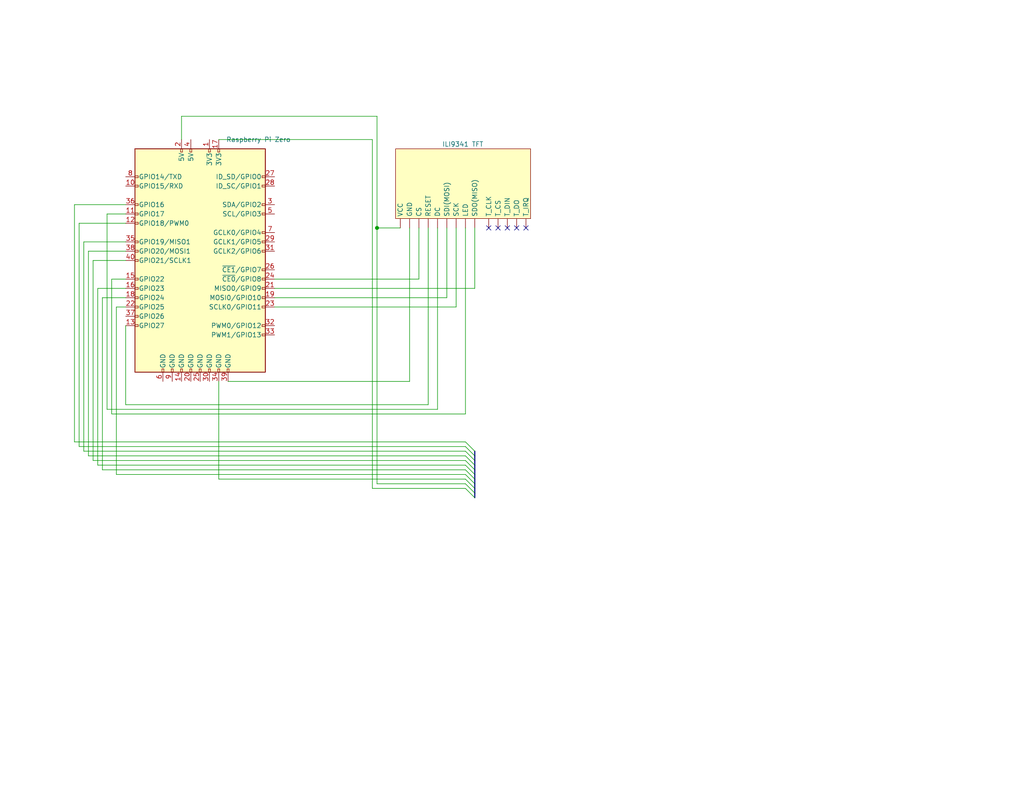
<source format=kicad_sch>
(kicad_sch (version 20211123) (generator eeschema)
  (paper "USLetter")
  (title_block (title "SusPad") (date "2022-10-11") (rev "1.0"))
  (lib_symbols
    (symbol "Connector:Raspberry_Pi_2_3" (pin_names (offset 1.016))
      (property "Reference" "J" (at -17.78 31.75 0))
      (property "Value" "Raspberry_Pi_2_3" (at 10.16 -31.75 0))
      (symbol "Raspberry_Pi_2_3_0_1"
        (rectangle (start -17.78 30.48) (end 17.78 -30.48) (stroke (width 0.254)) (fill (type background)))
      )
      (symbol "Raspberry_Pi_2_3_1_1"
        (rectangle (start -16.891 -17.526) (end -17.78 -18.034))
        (rectangle (start -16.891 -14.986) (end -17.78 -15.494))
        (rectangle (start -16.891 -12.446) (end -17.78 -12.954))
        (rectangle (start -16.891 -9.906) (end -17.78 -10.414))
        (rectangle (start -16.891 -7.366) (end -17.78 -7.874))
        (rectangle (start -16.891 -4.826) (end -17.78 -5.334))
        (rectangle (start -16.891 0.254) (end -17.78 -0.254))
        (rectangle (start -16.891 2.794) (end -17.78 2.286))
        (rectangle (start -16.891 5.334) (end -17.78 4.826))
        (rectangle (start -16.891 10.414) (end -17.78 9.906))
        (rectangle (start -16.891 12.954) (end -17.78 12.446))
        (rectangle (start -16.891 15.494) (end -17.78 14.986))
        (rectangle (start -16.891 20.574) (end -17.78 20.066))
        (rectangle (start -16.891 23.114) (end -17.78 22.606))
        (rectangle (start -10.414 -29.591) (end -9.906 -30.48))
        (rectangle (start -7.874 -29.591) (end -7.366 -30.48))
        (rectangle (start -5.334 -29.591) (end -4.826 -30.48))
        (rectangle (start -5.334 30.48) (end -4.826 29.591))
        (rectangle (start -2.794 -29.591) (end -2.286 -30.48))
        (rectangle (start -2.794 30.48) (end -2.286 29.591))
        (rectangle (start -0.254 -29.591) (end 0.254 -30.48))
        (rectangle (start 2.286 -29.591) (end 2.794 -30.48))
        (rectangle (start 2.286 30.48) (end 2.794 29.591))
        (rectangle (start 4.826 -29.591) (end 5.334 -30.48))
        (rectangle (start 4.826 30.48) (end 5.334 29.591))
        (rectangle (start 7.366 -29.591) (end 7.874 -30.48))
        (rectangle (start 17.78 -20.066) (end 16.891 -20.574))
        (rectangle (start 17.78 -17.526) (end 16.891 -18.034))
        (rectangle (start 17.78 -12.446) (end 16.891 -12.954))
        (rectangle (start 17.78 -9.906) (end 16.891 -10.414))
        (rectangle (start 17.78 -7.366) (end 16.891 -7.874))
        (rectangle (start 17.78 -4.826) (end 16.891 -5.334))
        (rectangle (start 17.78 -2.286) (end 16.891 -2.794))
        (rectangle (start 17.78 2.794) (end 16.891 2.286))
        (rectangle (start 17.78 5.334) (end 16.891 4.826))
        (rectangle (start 17.78 7.874) (end 16.891 7.366))
        (rectangle (start 17.78 12.954) (end 16.891 12.446))
        (rectangle (start 17.78 15.494) (end 16.891 14.986))
        (rectangle (start 17.78 20.574) (end 16.891 20.066))
        (rectangle (start 17.78 23.114) (end 16.891 22.606))
        (pin power_in line (at 2.54 33.02 270) (length 2.54) (name "3V3") (number "1"))
        (pin bidirectional line (at -20.32 20.32 0) (length 2.54) (name "GPIO15/RXD") (number "10"))
        (pin bidirectional line (at -20.32 12.7 0) (length 2.54) (name "GPIO17") (number "11"))
        (pin bidirectional line (at -20.32 10.16 0) (length 2.54) (name "GPIO18/PWM0") (number "12"))
        (pin bidirectional line (at -20.32 -17.78 0) (length 2.54) (name "GPIO27") (number "13"))
        (pin power_in line (at -5.08 -33.02 90) (length 2.54) (name "GND") (number "14"))
        (pin bidirectional line (at -20.32 -5.08 0) (length 2.54) (name "GPIO22") (number "15"))
        (pin bidirectional line (at -20.32 -7.62 0) (length 2.54) (name "GPIO23") (number "16"))
        (pin power_in line (at 5.08 33.02 270) (length 2.54) (name "3V3") (number "17"))
        (pin bidirectional line (at -20.32 -10.16 0) (length 2.54) (name "GPIO24") (number "18"))
        (pin bidirectional line (at 20.32 -10.16 180) (length 2.54) (name "MOSI0/GPIO10") (number "19"))
        (pin power_in line (at -5.08 33.02 270) (length 2.54) (name "5V") (number "2"))
        (pin power_in line (at -2.54 -33.02 90) (length 2.54) (name "GND") (number "20"))
        (pin bidirectional line (at 20.32 -7.62 180) (length 2.54) (name "MISO0/GPIO9") (number "21"))
        (pin bidirectional line (at -20.32 -12.7 0) (length 2.54) (name "GPIO25") (number "22"))
        (pin bidirectional line (at 20.32 -12.7 180) (length 2.54) (name "SCLK0/GPIO11") (number "23"))
        (pin bidirectional line (at 20.32 -5.08 180) (length 2.54) (name "~{CE0}/GPIO8") (number "24"))
        (pin power_in line (at 0 -33.02 90) (length 2.54) (name "GND") (number "25"))
        (pin bidirectional line (at 20.32 -2.54 180) (length 2.54) (name "~{CE1}/GPIO7") (number "26"))
        (pin bidirectional line (at 20.32 22.86 180) (length 2.54) (name "ID_SD/GPIO0") (number "27"))
        (pin bidirectional line (at 20.32 20.32 180) (length 2.54) (name "ID_SC/GPIO1") (number "28"))
        (pin bidirectional line (at 20.32 5.08 180) (length 2.54) (name "GCLK1/GPIO5") (number "29"))
        (pin bidirectional line (at 20.32 15.24 180) (length 2.54) (name "SDA/GPIO2") (number "3"))
        (pin power_in line (at 2.54 -33.02 90) (length 2.54) (name "GND") (number "30"))
        (pin bidirectional line (at 20.32 2.54 180) (length 2.54) (name "GCLK2/GPIO6") (number "31"))
        (pin bidirectional line (at 20.32 -17.78 180) (length 2.54) (name "PWM0/GPIO12") (number "32"))
        (pin bidirectional line (at 20.32 -20.32 180) (length 2.54) (name "PWM1/GPIO13") (number "33"))
        (pin power_in line (at 5.08 -33.02 90) (length 2.54) (name "GND") (number "34"))
        (pin bidirectional line (at -20.32 5.08 0) (length 2.54) (name "GPIO19/MISO1") (number "35"))
        (pin bidirectional line (at -20.32 15.24 0) (length 2.54) (name "GPIO16") (number "36"))
        (pin bidirectional line (at -20.32 -15.24 0) (length 2.54) (name "GPIO26") (number "37"))
        (pin bidirectional line (at -20.32 2.54 0) (length 2.54) (name "GPIO20/MOSI1") (number "38"))
        (pin power_in line (at 7.62 -33.02 90) (length 2.54) (name "GND") (number "39"))
        (pin power_in line (at -2.54 33.02 270) (length 2.54) (name "5V") (number "4"))
        (pin bidirectional line (at -20.32 0 0) (length 2.54) (name "GPIO21/SCLK1") (number "40"))
        (pin bidirectional line (at 20.32 12.7 180) (length 2.54) (name "SCL/GPIO3") (number "5"))
        (pin power_in line (at -10.16 -33.02 90) (length 2.54) (name "GND") (number "6"))
        (pin bidirectional line (at 20.32 7.62 180) (length 2.54) (name "GCLK0/GPIO4") (number "7"))
        (pin bidirectional line (at -20.32 22.86 0) (length 2.54) (name "GPIO14/TXD") (number "8"))
        (pin power_in line (at -7.62 -33.02 90) (length 2.54) (name "GND") (number "9"))
      )
    )
    (symbol "ILI9341_Custom:ILI9341 TFT"
      (property "Reference" "U" (at 0 13.97 0))
      (property "Value" "ILI9341 TFT" (at 1.27 11.43 0))
      (symbol "ILI9341 TFT_0_1"
        (rectangle (start -17.78 10.16) (end 19.05 -8.89) (fill (type background)))
      )
      (symbol "ILI9341 TFT_1_1"
        (pin input line (at -11.43 -11.43 90) (length 2.54) (name "CS") (number ""))
        (pin input line (at -6.35 -11.43 90) (length 2.54) (name "DC") (number ""))
        (pin input line (at -13.97 -11.43 90) (length 2.54) (name "GND") (number ""))
        (pin input line (at 1.27 -11.43 90) (length 2.54) (name "LED") (number ""))
        (pin input line (at -8.89 -11.43 90) (length 2.54) (name "RESET") (number ""))
        (pin input line (at -1.27 -11.43 90) (length 2.54) (name "SCK") (number ""))
        (pin input line (at -3.81 -11.43 90) (length 2.54) (name "SDI(MOSI)") (number ""))
        (pin input line (at 3.81 -11.43 90) (length 2.54) (name "SDO(MISO)") (number ""))
        (pin input line (at 7.62 -11.43 90) (length 2.54) (name "T_CLK") (number ""))
        (pin input line (at 10.16 -11.43 90) (length 2.54) (name "T_CS") (number ""))
        (pin input line (at 12.7 -11.43 90) (length 2.54) (name "T_DIN") (number ""))
        (pin input line (at 15.24 -11.43 90) (length 2.54) (name "T_DO") (number ""))
        (pin input line (at 17.78 -11.43 90) (length 2.54) (name "T_IRQ") (number ""))
        (pin input line (at -16.51 -11.43 90) (length 2.54) (name "VCC") (number ""))
      )
    )
  )
  (junction (at 102.87 62.23))
  (no_connect (at 135.89 62.23))
  (no_connect (at 138.43 62.23))
  (no_connect (at 140.97 62.23))
  (no_connect (at 143.51 62.23))
  (no_connect (at 133.35 62.23))
  (bus_entry (at 127 120.65) (size 2.54 2.54))
  (bus_entry (at 127 121.92) (size 2.54 2.54))
  (bus_entry (at 127 123.19) (size 2.54 2.54))
  (bus_entry (at 127 124.46) (size 2.54 2.54))
  (bus_entry (at 127 125.73) (size 2.54 2.54))
  (bus_entry (at 127 127) (size 2.54 2.54))
  (bus_entry (at 127 128.27) (size 2.54 2.54))
  (bus_entry (at 127 130.81) (size 2.54 2.54))
  (bus_entry (at 127 132.08) (size 2.54 2.54))
  (bus_entry (at 127 133.35) (size 2.54 2.54))
  (bus_entry (at 127 129.54) (size 2.54 2.54))
  (wire (pts (xy 59.69 104.14) (xy 59.69 130.81)))
  (wire (pts (xy 34.29 58.42) (xy 29.21 58.42)))
  (wire (pts (xy 34.29 78.74) (xy 26.67 78.74)))
  (wire (pts (xy 26.67 127) (xy 127 127)))
  (wire (pts (xy 114.3 76.2) (xy 114.3 62.23)))
  (wire (pts (xy 74.93 81.28) (xy 121.92 81.28)))
  (wire (pts (xy 20.32 55.88) (xy 20.32 120.65)))
  (wire (pts (xy 22.86 66.04) (xy 22.86 123.19)))
  (wire (pts (xy 127 113.03) (xy 127 62.23)))
  (bus (pts (xy 129.54 123.19) (xy 129.54 124.46)))
  (wire (pts (xy 62.23 104.14) (xy 111.76 104.14)))
  (wire (pts (xy 30.48 113.03) (xy 127 113.03)))
  (wire (pts (xy 116.84 110.49) (xy 116.84 62.23)))
  (wire (pts (xy 21.59 121.92) (xy 127 121.92)))
  (wire (pts (xy 34.29 110.49) (xy 116.84 110.49)))
  (wire (pts (xy 24.13 124.46) (xy 127 124.46)))
  (wire (pts (xy 101.6 133.35) (xy 127 133.35)))
  (wire (pts (xy 29.21 58.42) (xy 29.21 111.76)))
  (bus (pts (xy 129.54 133.35) (xy 129.54 134.62)))
  (wire (pts (xy 102.87 132.08) (xy 127 132.08)))
  (wire (pts (xy 74.93 78.74) (xy 129.54 78.74)))
  (wire (pts (xy 74.93 83.82) (xy 124.46 83.82)))
  (wire (pts (xy 49.53 38.1) (xy 49.53 31.75)))
  (wire (pts (xy 102.87 31.75) (xy 102.87 62.23)))
  (bus (pts (xy 129.54 124.46) (xy 129.54 125.73)))
  (bus (pts (xy 129.54 129.54) (xy 129.54 130.81)))
  (wire (pts (xy 22.86 123.19) (xy 127 123.19)))
  (bus (pts (xy 129.54 127) (xy 129.54 128.27)))
  (wire (pts (xy 34.29 55.88) (xy 20.32 55.88)))
  (bus (pts (xy 129.54 130.81) (xy 129.54 132.08)))
  (wire (pts (xy 49.53 31.75) (xy 102.87 31.75)))
  (wire (pts (xy 102.87 62.23) (xy 109.22 62.23)))
  (wire (pts (xy 34.29 83.82) (xy 31.75 83.82)))
  (wire (pts (xy 27.94 128.27) (xy 127 128.27)))
  (wire (pts (xy 119.38 111.76) (xy 119.38 62.23)))
  (wire (pts (xy 30.48 76.2) (xy 30.48 113.03)))
  (wire (pts (xy 101.6 38.1) (xy 101.6 133.35)))
  (wire (pts (xy 25.4 71.12) (xy 25.4 125.73)))
  (wire (pts (xy 34.29 71.12) (xy 25.4 71.12)))
  (bus (pts (xy 129.54 132.08) (xy 129.54 133.35)))
  (wire (pts (xy 31.75 129.54) (xy 127 129.54)))
  (wire (pts (xy 34.29 68.58) (xy 24.13 68.58)))
  (bus (pts (xy 129.54 125.73) (xy 129.54 127)))
  (bus (pts (xy 129.54 134.62) (xy 129.54 135.89)))
  (wire (pts (xy 24.13 68.58) (xy 24.13 124.46)))
  (wire (pts (xy 34.29 88.9) (xy 34.29 110.49)))
  (wire (pts (xy 102.87 62.23) (xy 102.87 132.08)))
  (wire (pts (xy 31.75 83.82) (xy 31.75 129.54)))
  (bus (pts (xy 129.54 128.27) (xy 129.54 129.54)))
  (wire (pts (xy 29.21 111.76) (xy 119.38 111.76)))
  (wire (pts (xy 59.69 38.1) (xy 101.6 38.1)))
  (wire (pts (xy 74.93 76.2) (xy 114.3 76.2)))
  (wire (pts (xy 27.94 81.28) (xy 27.94 128.27)))
  (wire (pts (xy 121.92 81.28) (xy 121.92 62.23)))
  (wire (pts (xy 59.69 130.81) (xy 127 130.81)))
  (wire (pts (xy 34.29 76.2) (xy 30.48 76.2)))
  (wire (pts (xy 124.46 83.82) (xy 124.46 62.23)))
  (wire (pts (xy 21.59 60.96) (xy 21.59 121.92)))
  (wire (pts (xy 34.29 81.28) (xy 27.94 81.28)))
  (wire (pts (xy 129.54 78.74) (xy 129.54 62.23)))
  (wire (pts (xy 20.32 120.65) (xy 127 120.65)))
  (wire (pts (xy 34.29 66.04) (xy 22.86 66.04)))
  (wire (pts (xy 25.4 125.73) (xy 127 125.73)))
  (wire (pts (xy 26.67 78.74) (xy 26.67 127)))
  (wire (pts (xy 34.29 60.96) (xy 21.59 60.96)))
  (wire (pts (xy 111.76 104.14) (xy 111.76 62.23)))
  (symbol (lib_id "ILI9341_Custom:ILI9341 TFT") (at 125.73 50.8 0) (unit 1)
    (property "Reference" "U?" (effects hide))
    (property "Value" "ILI9341 TFT" (at 120.65 39.37 0) (effects (justify left)))
  )
  (symbol (lib_id "Connector:Raspberry_Pi_2_3") (at 54.61 71.12 0) (unit 1)
    (property "Reference" "J?" (effects hide))
    (property "Value" "Raspberry Pi Zero" (at 61.7094 38.1 0) (effects (justify left)))
    (property "Datasheet" "https://www.raspberrypi.org/documentation/hardware/raspberrypi/schematics/rpi_SCH_3bplus_1p0_reduced.pdf" (effects hide))
  )
)
</source>
